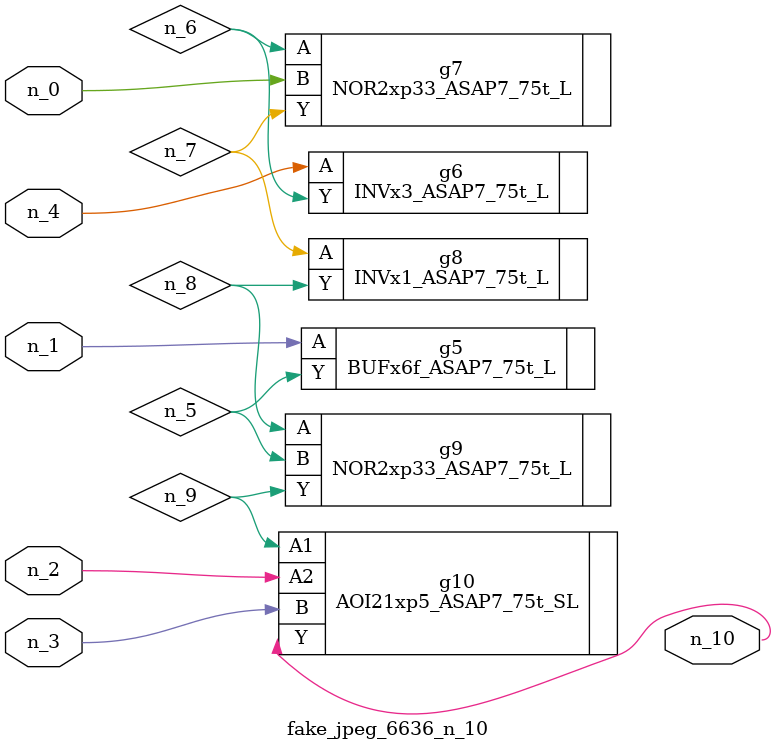
<source format=v>
module fake_jpeg_6636_n_10 (n_3, n_2, n_1, n_0, n_4, n_10);

input n_3;
input n_2;
input n_1;
input n_0;
input n_4;

output n_10;

wire n_8;
wire n_9;
wire n_6;
wire n_5;
wire n_7;

BUFx6f_ASAP7_75t_L g5 ( 
.A(n_1),
.Y(n_5)
);

INVx3_ASAP7_75t_L g6 ( 
.A(n_4),
.Y(n_6)
);

NOR2xp33_ASAP7_75t_L g7 ( 
.A(n_6),
.B(n_0),
.Y(n_7)
);

INVx1_ASAP7_75t_L g8 ( 
.A(n_7),
.Y(n_8)
);

NOR2xp33_ASAP7_75t_L g9 ( 
.A(n_8),
.B(n_5),
.Y(n_9)
);

AOI21xp5_ASAP7_75t_SL g10 ( 
.A1(n_9),
.A2(n_2),
.B(n_3),
.Y(n_10)
);


endmodule
</source>
